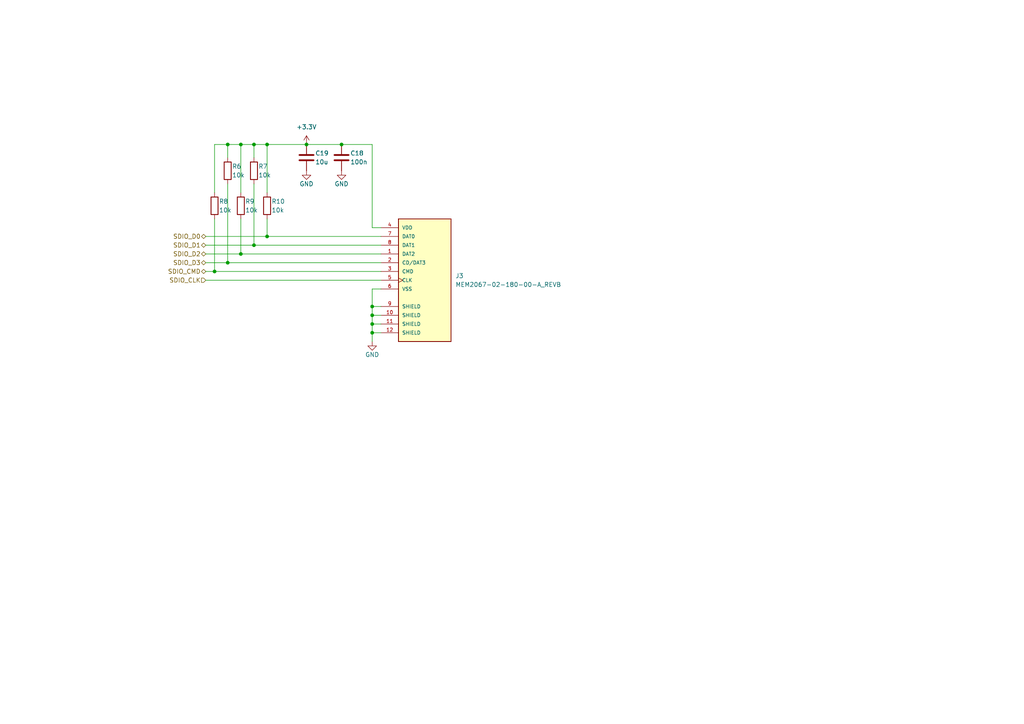
<source format=kicad_sch>
(kicad_sch (version 20230121) (generator eeschema)

  (uuid 2fdaf578-aa5f-4ed9-8c42-db6c51a9bbe5)

  (paper "A4")

  (lib_symbols
    (symbol "Device:C" (pin_numbers hide) (pin_names (offset 0.254)) (in_bom yes) (on_board yes)
      (property "Reference" "C" (at 0.635 2.54 0)
        (effects (font (size 1.27 1.27)) (justify left))
      )
      (property "Value" "C" (at 0.635 -2.54 0)
        (effects (font (size 1.27 1.27)) (justify left))
      )
      (property "Footprint" "" (at 0.9652 -3.81 0)
        (effects (font (size 1.27 1.27)) hide)
      )
      (property "Datasheet" "~" (at 0 0 0)
        (effects (font (size 1.27 1.27)) hide)
      )
      (property "ki_keywords" "cap capacitor" (at 0 0 0)
        (effects (font (size 1.27 1.27)) hide)
      )
      (property "ki_description" "Unpolarized capacitor" (at 0 0 0)
        (effects (font (size 1.27 1.27)) hide)
      )
      (property "ki_fp_filters" "C_*" (at 0 0 0)
        (effects (font (size 1.27 1.27)) hide)
      )
      (symbol "C_0_1"
        (polyline
          (pts
            (xy -2.032 -0.762)
            (xy 2.032 -0.762)
          )
          (stroke (width 0.508) (type default))
          (fill (type none))
        )
        (polyline
          (pts
            (xy -2.032 0.762)
            (xy 2.032 0.762)
          )
          (stroke (width 0.508) (type default))
          (fill (type none))
        )
      )
      (symbol "C_1_1"
        (pin passive line (at 0 3.81 270) (length 2.794)
          (name "~" (effects (font (size 1.27 1.27))))
          (number "1" (effects (font (size 1.27 1.27))))
        )
        (pin passive line (at 0 -3.81 90) (length 2.794)
          (name "~" (effects (font (size 1.27 1.27))))
          (number "2" (effects (font (size 1.27 1.27))))
        )
      )
    )
    (symbol "Device:R" (pin_numbers hide) (pin_names (offset 0)) (in_bom yes) (on_board yes)
      (property "Reference" "R" (at 2.032 0 90)
        (effects (font (size 1.27 1.27)))
      )
      (property "Value" "R" (at 0 0 90)
        (effects (font (size 1.27 1.27)))
      )
      (property "Footprint" "" (at -1.778 0 90)
        (effects (font (size 1.27 1.27)) hide)
      )
      (property "Datasheet" "~" (at 0 0 0)
        (effects (font (size 1.27 1.27)) hide)
      )
      (property "ki_keywords" "R res resistor" (at 0 0 0)
        (effects (font (size 1.27 1.27)) hide)
      )
      (property "ki_description" "Resistor" (at 0 0 0)
        (effects (font (size 1.27 1.27)) hide)
      )
      (property "ki_fp_filters" "R_*" (at 0 0 0)
        (effects (font (size 1.27 1.27)) hide)
      )
      (symbol "R_0_1"
        (rectangle (start -1.016 -2.54) (end 1.016 2.54)
          (stroke (width 0.254) (type default))
          (fill (type none))
        )
      )
      (symbol "R_1_1"
        (pin passive line (at 0 3.81 270) (length 1.27)
          (name "~" (effects (font (size 1.27 1.27))))
          (number "1" (effects (font (size 1.27 1.27))))
        )
        (pin passive line (at 0 -3.81 90) (length 1.27)
          (name "~" (effects (font (size 1.27 1.27))))
          (number "2" (effects (font (size 1.27 1.27))))
        )
      )
    )
    (symbol "Project:MEM2067-02-180-00-A_REVB" (pin_names (offset 1.016)) (in_bom yes) (on_board yes)
      (property "Reference" "J" (at 0 12.7117 0)
        (effects (font (size 1.27 1.27)) (justify left bottom))
      )
      (property "Value" "MEM2067-02-180-00-A_REVB" (at 0 -25.4 0)
        (effects (font (size 1.27 1.27)) (justify left bottom))
      )
      (property "Footprint" "MEM2067-02-180-00-A_REVB:GCT_MEM2067-02-180-00-A_REVB" (at 6.35 -27.94 0)
        (effects (font (size 1.27 1.27)) (justify bottom) hide)
      )
      (property "Datasheet" "" (at 0 0 0)
        (effects (font (size 1.27 1.27)) hide)
      )
      (property "MF" "Global Connector Technology" (at 10.16 -27.94 0)
        (effects (font (size 1.27 1.27)) (justify bottom) hide)
      )
      (property "Description" "\n8 Position Card Connector microSD Surface Mount, Right Angle Gold\n" (at 5.08 -27.94 0)
        (effects (font (size 1.27 1.27)) (justify bottom) hide)
      )
      (property "Package" "None" (at 8.89 -29.21 0)
        (effects (font (size 1.27 1.27)) (justify bottom) hide)
      )
      (property "Price" "None" (at 10.16 -27.94 0)
        (effects (font (size 1.27 1.27)) (justify bottom) hide)
      )
      (property "Check_prices" "https://www.snapeda.com/parts/MEM2067-02-180-00-A/Global+Connector+Technology/view-part/?ref=eda" (at -1.27 -27.94 0)
        (effects (font (size 1.27 1.27)) (justify bottom) hide)
      )
      (property "SnapEDA_Link" "https://www.snapeda.com/parts/MEM2067-02-180-00-A/Global+Connector+Technology/view-part/?ref=snap" (at 1.27 -27.94 0)
        (effects (font (size 1.27 1.27)) (justify bottom) hide)
      )
      (property "MP" "MEM2067-02-180-00-A" (at 10.16 -27.94 0)
        (effects (font (size 1.27 1.27)) (justify bottom) hide)
      )
      (property "Availability" "In Stock" (at 8.89 -27.94 0)
        (effects (font (size 1.27 1.27)) (justify bottom) hide)
      )
      (property "MANUFACTURER" "GCT" (at 7.62 -27.94 0)
        (effects (font (size 1.27 1.27)) (justify bottom) hide)
      )
      (symbol "MEM2067-02-180-00-A_REVB_0_0"
        (rectangle (start 0 12.7) (end 15.24 -22.86)
          (stroke (width 0.254) (type default))
          (fill (type background))
        )
        (pin bidirectional line (at -5.08 2.54 0) (length 5.08)
          (name "DAT2" (effects (font (size 1.016 1.016))))
          (number "1" (effects (font (size 1.016 1.016))))
        )
        (pin passive line (at -5.08 -15.24 0) (length 5.08)
          (name "SHIELD" (effects (font (size 1.016 1.016))))
          (number "10" (effects (font (size 1.016 1.016))))
        )
        (pin passive line (at -5.08 -17.78 0) (length 5.08)
          (name "SHIELD" (effects (font (size 1.016 1.016))))
          (number "11" (effects (font (size 1.016 1.016))))
        )
        (pin passive line (at -5.08 -20.32 0) (length 5.08)
          (name "SHIELD" (effects (font (size 1.016 1.016))))
          (number "12" (effects (font (size 1.016 1.016))))
        )
        (pin bidirectional line (at -5.08 0 0) (length 5.08)
          (name "CD/DAT3" (effects (font (size 1.016 1.016))))
          (number "2" (effects (font (size 1.016 1.016))))
        )
        (pin bidirectional line (at -5.08 -2.54 0) (length 5.08)
          (name "CMD" (effects (font (size 1.016 1.016))))
          (number "3" (effects (font (size 1.016 1.016))))
        )
        (pin power_in line (at -5.08 10.16 0) (length 5.08)
          (name "VDD" (effects (font (size 1.016 1.016))))
          (number "4" (effects (font (size 1.016 1.016))))
        )
        (pin bidirectional clock (at -5.08 -5.08 0) (length 5.08)
          (name "CLK" (effects (font (size 1.016 1.016))))
          (number "5" (effects (font (size 1.016 1.016))))
        )
        (pin power_in line (at -5.08 -7.62 0) (length 5.08)
          (name "VSS" (effects (font (size 1.016 1.016))))
          (number "6" (effects (font (size 1.016 1.016))))
        )
        (pin bidirectional line (at -5.08 7.62 0) (length 5.08)
          (name "DAT0" (effects (font (size 1.016 1.016))))
          (number "7" (effects (font (size 1.016 1.016))))
        )
        (pin bidirectional line (at -5.08 5.08 0) (length 5.08)
          (name "DAT1" (effects (font (size 1.016 1.016))))
          (number "8" (effects (font (size 1.016 1.016))))
        )
        (pin passive line (at -5.08 -12.7 0) (length 5.08)
          (name "SHIELD" (effects (font (size 1.016 1.016))))
          (number "9" (effects (font (size 1.016 1.016))))
        )
      )
    )
    (symbol "power:+3.3V" (power) (pin_names (offset 0)) (in_bom yes) (on_board yes)
      (property "Reference" "#PWR" (at 0 -3.81 0)
        (effects (font (size 1.27 1.27)) hide)
      )
      (property "Value" "+3.3V" (at 0 3.556 0)
        (effects (font (size 1.27 1.27)))
      )
      (property "Footprint" "" (at 0 0 0)
        (effects (font (size 1.27 1.27)) hide)
      )
      (property "Datasheet" "" (at 0 0 0)
        (effects (font (size 1.27 1.27)) hide)
      )
      (property "ki_keywords" "global power" (at 0 0 0)
        (effects (font (size 1.27 1.27)) hide)
      )
      (property "ki_description" "Power symbol creates a global label with name \"+3.3V\"" (at 0 0 0)
        (effects (font (size 1.27 1.27)) hide)
      )
      (symbol "+3.3V_0_1"
        (polyline
          (pts
            (xy -0.762 1.27)
            (xy 0 2.54)
          )
          (stroke (width 0) (type default))
          (fill (type none))
        )
        (polyline
          (pts
            (xy 0 0)
            (xy 0 2.54)
          )
          (stroke (width 0) (type default))
          (fill (type none))
        )
        (polyline
          (pts
            (xy 0 2.54)
            (xy 0.762 1.27)
          )
          (stroke (width 0) (type default))
          (fill (type none))
        )
      )
      (symbol "+3.3V_1_1"
        (pin power_in line (at 0 0 90) (length 0) hide
          (name "+3.3V" (effects (font (size 1.27 1.27))))
          (number "1" (effects (font (size 1.27 1.27))))
        )
      )
    )
    (symbol "power:GND" (power) (pin_names (offset 0)) (in_bom yes) (on_board yes)
      (property "Reference" "#PWR" (at 0 -6.35 0)
        (effects (font (size 1.27 1.27)) hide)
      )
      (property "Value" "GND" (at 0 -3.81 0)
        (effects (font (size 1.27 1.27)))
      )
      (property "Footprint" "" (at 0 0 0)
        (effects (font (size 1.27 1.27)) hide)
      )
      (property "Datasheet" "" (at 0 0 0)
        (effects (font (size 1.27 1.27)) hide)
      )
      (property "ki_keywords" "global power" (at 0 0 0)
        (effects (font (size 1.27 1.27)) hide)
      )
      (property "ki_description" "Power symbol creates a global label with name \"GND\" , ground" (at 0 0 0)
        (effects (font (size 1.27 1.27)) hide)
      )
      (symbol "GND_0_1"
        (polyline
          (pts
            (xy 0 0)
            (xy 0 -1.27)
            (xy 1.27 -1.27)
            (xy 0 -2.54)
            (xy -1.27 -1.27)
            (xy 0 -1.27)
          )
          (stroke (width 0) (type default))
          (fill (type none))
        )
      )
      (symbol "GND_1_1"
        (pin power_in line (at 0 0 270) (length 0) hide
          (name "GND" (effects (font (size 1.27 1.27))))
          (number "1" (effects (font (size 1.27 1.27))))
        )
      )
    )
  )

  (junction (at 88.9 41.91) (diameter 0) (color 0 0 0 0)
    (uuid 0d262945-691d-4bb4-a5e0-d70898dad06b)
  )
  (junction (at 77.47 41.91) (diameter 0) (color 0 0 0 0)
    (uuid 16922e1b-7e45-41dc-970f-950a9c4a61ac)
  )
  (junction (at 77.47 68.58) (diameter 0) (color 0 0 0 0)
    (uuid 376b59b1-3356-496b-a1e5-f6fbcb78f1d2)
  )
  (junction (at 107.95 88.9) (diameter 0) (color 0 0 0 0)
    (uuid 39c629b4-fa3e-439d-8b06-8a94c52b7948)
  )
  (junction (at 107.95 93.98) (diameter 0) (color 0 0 0 0)
    (uuid 41cf40ed-cdb1-4b83-b352-d88ae91c6f8c)
  )
  (junction (at 73.66 71.12) (diameter 0) (color 0 0 0 0)
    (uuid 4c04a18a-723c-48c2-a779-ca08d8fed8d8)
  )
  (junction (at 62.23 78.74) (diameter 0) (color 0 0 0 0)
    (uuid 6366cf24-ebbe-472d-af35-d40b40f8e91e)
  )
  (junction (at 66.04 41.91) (diameter 0) (color 0 0 0 0)
    (uuid 68041d33-0872-409e-b38b-f8676248b60a)
  )
  (junction (at 73.66 41.91) (diameter 0) (color 0 0 0 0)
    (uuid a197b3c4-10fb-4550-b7fa-d6c1e3e545d6)
  )
  (junction (at 69.85 73.66) (diameter 0) (color 0 0 0 0)
    (uuid a60a84c0-52f3-4792-926f-991979b37d7e)
  )
  (junction (at 66.04 76.2) (diameter 0) (color 0 0 0 0)
    (uuid bb0bdabd-d394-4c0a-8149-925b5bf16990)
  )
  (junction (at 69.85 41.91) (diameter 0) (color 0 0 0 0)
    (uuid e60d55eb-a649-4041-add6-5ee1e5bc0fdf)
  )
  (junction (at 107.95 96.52) (diameter 0) (color 0 0 0 0)
    (uuid e966c34c-5c77-46f1-95b0-ccf58f975090)
  )
  (junction (at 107.95 91.44) (diameter 0) (color 0 0 0 0)
    (uuid eeb80e0c-5b78-420b-a9c7-b985fd748f87)
  )
  (junction (at 99.06 41.91) (diameter 0) (color 0 0 0 0)
    (uuid f0806032-410b-4766-a85c-923f52def487)
  )

  (wire (pts (xy 110.49 76.2) (xy 66.04 76.2))
    (stroke (width 0) (type default))
    (uuid 038d8a0b-f2d2-4638-b7a4-dc6d94fe6199)
  )
  (wire (pts (xy 110.49 71.12) (xy 73.66 71.12))
    (stroke (width 0) (type default))
    (uuid 03b7621b-6ed1-438c-aed8-607be8cba407)
  )
  (wire (pts (xy 107.95 93.98) (xy 107.95 96.52))
    (stroke (width 0) (type default))
    (uuid 0560ec15-7b04-4442-a3e0-d8849005d6c1)
  )
  (wire (pts (xy 73.66 41.91) (xy 73.66 45.72))
    (stroke (width 0) (type default))
    (uuid 06ba1e78-eaa0-413a-afab-e4c84a811d02)
  )
  (wire (pts (xy 107.95 91.44) (xy 110.49 91.44))
    (stroke (width 0) (type default))
    (uuid 15a788ad-9cd5-467b-9f76-caab0807f369)
  )
  (wire (pts (xy 110.49 68.58) (xy 77.47 68.58))
    (stroke (width 0) (type default))
    (uuid 26e92529-9093-4217-846d-aac43b581d3d)
  )
  (wire (pts (xy 62.23 78.74) (xy 110.49 78.74))
    (stroke (width 0) (type default))
    (uuid 2cfb0fc4-c144-4360-a238-a33150f8c62c)
  )
  (wire (pts (xy 88.9 41.91) (xy 99.06 41.91))
    (stroke (width 0) (type default))
    (uuid 4387ddd8-244c-435f-8f9d-2f5c86f99af7)
  )
  (wire (pts (xy 66.04 41.91) (xy 69.85 41.91))
    (stroke (width 0) (type default))
    (uuid 494f824b-279e-40e0-afc6-1101ca1333ee)
  )
  (wire (pts (xy 73.66 41.91) (xy 77.47 41.91))
    (stroke (width 0) (type default))
    (uuid 533d16d2-f160-4914-a4b4-ee028f1067b3)
  )
  (wire (pts (xy 59.69 76.2) (xy 66.04 76.2))
    (stroke (width 0) (type default))
    (uuid 53562ddd-395f-49a9-91b6-8b3b6246eac0)
  )
  (wire (pts (xy 77.47 68.58) (xy 77.47 63.5))
    (stroke (width 0) (type default))
    (uuid 5427af07-ccfe-4b22-8b5d-d2ed05364482)
  )
  (wire (pts (xy 110.49 66.04) (xy 107.95 66.04))
    (stroke (width 0) (type default))
    (uuid 6430c846-cf43-4b22-8bb8-dabc75ba1df4)
  )
  (wire (pts (xy 62.23 41.91) (xy 66.04 41.91))
    (stroke (width 0) (type default))
    (uuid 64a2106f-403b-4e0c-a97e-9151c2062e4f)
  )
  (wire (pts (xy 59.69 68.58) (xy 77.47 68.58))
    (stroke (width 0) (type default))
    (uuid 68710750-7719-4ffb-9786-742df860ed31)
  )
  (wire (pts (xy 62.23 41.91) (xy 62.23 55.88))
    (stroke (width 0) (type default))
    (uuid 6a3c8a9d-accf-4a1c-8966-4c452dd222f3)
  )
  (wire (pts (xy 107.95 96.52) (xy 110.49 96.52))
    (stroke (width 0) (type default))
    (uuid 71d490ed-33c8-43bb-abe8-7b402c6c9ef6)
  )
  (wire (pts (xy 107.95 93.98) (xy 110.49 93.98))
    (stroke (width 0) (type default))
    (uuid 72424bee-beb9-4713-a153-9a46fd93da99)
  )
  (wire (pts (xy 110.49 88.9) (xy 107.95 88.9))
    (stroke (width 0) (type default))
    (uuid 7b4a558a-5dca-4661-926e-9494fe45f411)
  )
  (wire (pts (xy 66.04 41.91) (xy 66.04 45.72))
    (stroke (width 0) (type default))
    (uuid 863faa69-f343-4af7-bc0b-1dd727feedaf)
  )
  (wire (pts (xy 69.85 73.66) (xy 69.85 63.5))
    (stroke (width 0) (type default))
    (uuid 8d664886-3ea4-4acf-ba80-2f1fdceb096e)
  )
  (wire (pts (xy 73.66 71.12) (xy 73.66 53.34))
    (stroke (width 0) (type default))
    (uuid 917c522b-6805-4b51-b75b-c4e50730652d)
  )
  (wire (pts (xy 110.49 73.66) (xy 69.85 73.66))
    (stroke (width 0) (type default))
    (uuid 9793de7f-9622-403f-8243-2a0563c63446)
  )
  (wire (pts (xy 69.85 41.91) (xy 73.66 41.91))
    (stroke (width 0) (type default))
    (uuid 9d4f6888-18a5-4f16-9928-b3132973442d)
  )
  (wire (pts (xy 77.47 41.91) (xy 88.9 41.91))
    (stroke (width 0) (type default))
    (uuid a399dcf7-5faf-4617-8fbf-a4733b37c8a1)
  )
  (wire (pts (xy 69.85 41.91) (xy 69.85 55.88))
    (stroke (width 0) (type default))
    (uuid a80c2941-487b-4185-9c1f-b51e5ff764ea)
  )
  (wire (pts (xy 107.95 83.82) (xy 107.95 88.9))
    (stroke (width 0) (type default))
    (uuid aa743dea-692d-495c-b59c-f3efe104983b)
  )
  (wire (pts (xy 110.49 83.82) (xy 107.95 83.82))
    (stroke (width 0) (type default))
    (uuid ab8b03ee-1b69-4ae3-a6c3-8cd6bf4c2d15)
  )
  (wire (pts (xy 59.69 71.12) (xy 73.66 71.12))
    (stroke (width 0) (type default))
    (uuid ada21744-cfba-423f-9046-eeb45b8541c6)
  )
  (wire (pts (xy 107.95 91.44) (xy 107.95 93.98))
    (stroke (width 0) (type default))
    (uuid afbd6037-a0e1-44a1-8f45-e8fd927dc431)
  )
  (wire (pts (xy 107.95 41.91) (xy 107.95 66.04))
    (stroke (width 0) (type default))
    (uuid b3d4acb4-8c06-432e-a5c4-86f8f4df72ed)
  )
  (wire (pts (xy 107.95 88.9) (xy 107.95 91.44))
    (stroke (width 0) (type default))
    (uuid ce119315-fbfc-4104-a846-d0afa5d8a572)
  )
  (wire (pts (xy 66.04 76.2) (xy 66.04 53.34))
    (stroke (width 0) (type default))
    (uuid ced9e86d-3ebf-4c73-9e0e-40118a4e548e)
  )
  (wire (pts (xy 62.23 63.5) (xy 62.23 78.74))
    (stroke (width 0) (type default))
    (uuid d2ec89d5-2264-4a9d-875b-57800469d644)
  )
  (wire (pts (xy 59.69 73.66) (xy 69.85 73.66))
    (stroke (width 0) (type default))
    (uuid dc1f7d84-57b0-40f5-8b3d-090ba21da80a)
  )
  (wire (pts (xy 107.95 96.52) (xy 107.95 99.06))
    (stroke (width 0) (type default))
    (uuid e535c3ae-2374-44e4-8a8d-b0fbfa114e76)
  )
  (wire (pts (xy 99.06 41.91) (xy 107.95 41.91))
    (stroke (width 0) (type default))
    (uuid ef387a4b-0de8-42f0-9b5d-c9968ce1f35a)
  )
  (wire (pts (xy 77.47 41.91) (xy 77.47 55.88))
    (stroke (width 0) (type default))
    (uuid f396389e-7676-4df9-9073-2f22d55f4e40)
  )
  (wire (pts (xy 59.69 78.74) (xy 62.23 78.74))
    (stroke (width 0) (type default))
    (uuid fbed8d8a-63e4-45a1-9373-cc587e3b0621)
  )
  (wire (pts (xy 59.69 81.28) (xy 110.49 81.28))
    (stroke (width 0) (type default))
    (uuid fe71adb5-c979-4c0f-a55a-d736ba4a4aa2)
  )

  (hierarchical_label "SDIO_CLK" (shape input) (at 59.69 81.28 180) (fields_autoplaced)
    (effects (font (size 1.27 1.27)) (justify right))
    (uuid 4387f546-140f-4aca-8611-e15bf1899bdd)
  )
  (hierarchical_label "SDIO_CMD" (shape bidirectional) (at 59.69 78.74 180) (fields_autoplaced)
    (effects (font (size 1.27 1.27)) (justify right))
    (uuid 5ec20e77-3087-44f7-8eaf-01b1e5279f99)
  )
  (hierarchical_label "SDIO_D3" (shape bidirectional) (at 59.69 76.2 180) (fields_autoplaced)
    (effects (font (size 1.27 1.27)) (justify right))
    (uuid 6b31ca47-4cde-4cc0-8721-08f1f91f0ad2)
  )
  (hierarchical_label "SDIO_D0" (shape bidirectional) (at 59.69 68.58 180) (fields_autoplaced)
    (effects (font (size 1.27 1.27)) (justify right))
    (uuid d0ac8c97-f406-4715-80e3-de1673c70cca)
  )
  (hierarchical_label "SDIO_D1" (shape bidirectional) (at 59.69 71.12 180) (fields_autoplaced)
    (effects (font (size 1.27 1.27)) (justify right))
    (uuid d465205d-fba4-4496-a061-72f804d042fd)
  )
  (hierarchical_label "SDIO_D2" (shape bidirectional) (at 59.69 73.66 180) (fields_autoplaced)
    (effects (font (size 1.27 1.27)) (justify right))
    (uuid fc910a15-12cc-4016-ae3e-19ad6b0e9676)
  )

  (symbol (lib_id "Device:R") (at 77.47 59.69 0) (unit 1)
    (in_bom yes) (on_board yes) (dnp no)
    (uuid 04e05b6e-126a-451f-9fbc-3287aa792ba0)
    (property "Reference" "R10" (at 78.74 58.42 0)
      (effects (font (size 1.27 1.27)) (justify left))
    )
    (property "Value" "10k" (at 78.74 60.96 0)
      (effects (font (size 1.27 1.27)) (justify left))
    )
    (property "Footprint" "" (at 75.692 59.69 90)
      (effects (font (size 1.27 1.27)) hide)
    )
    (property "Datasheet" "~" (at 77.47 59.69 0)
      (effects (font (size 1.27 1.27)) hide)
    )
    (pin "1" (uuid c6c32cd4-4c47-4beb-af95-ba4cee292a59))
    (pin "2" (uuid ccfb8bbd-e65c-4aca-97d8-9c60d00a3e19))
    (instances
      (project "Flight_Board"
        (path "/e8eb85d5-f1ff-4500-895d-25b9ff5f6d36/d0c90712-c1df-4337-b369-5da6fbfa813f"
          (reference "R10") (unit 1)
        )
      )
    )
  )

  (symbol (lib_id "Device:R") (at 66.04 49.53 0) (unit 1)
    (in_bom yes) (on_board yes) (dnp no)
    (uuid 0c7613d5-2987-4f63-888f-5d0d168d2451)
    (property "Reference" "R6" (at 67.31 48.26 0)
      (effects (font (size 1.27 1.27)) (justify left))
    )
    (property "Value" "10k" (at 67.31 50.8 0)
      (effects (font (size 1.27 1.27)) (justify left))
    )
    (property "Footprint" "" (at 64.262 49.53 90)
      (effects (font (size 1.27 1.27)) hide)
    )
    (property "Datasheet" "~" (at 66.04 49.53 0)
      (effects (font (size 1.27 1.27)) hide)
    )
    (pin "1" (uuid c7743979-415c-4ecf-b6ce-70fe6d3037b2))
    (pin "2" (uuid 3ab2c2da-be29-4720-b234-ba183d434a33))
    (instances
      (project "Flight_Board"
        (path "/e8eb85d5-f1ff-4500-895d-25b9ff5f6d36/d0c90712-c1df-4337-b369-5da6fbfa813f"
          (reference "R6") (unit 1)
        )
      )
    )
  )

  (symbol (lib_id "Device:R") (at 69.85 59.69 0) (unit 1)
    (in_bom yes) (on_board yes) (dnp no)
    (uuid 13bd523f-44a3-4c88-9e42-00de448f9c5c)
    (property "Reference" "R9" (at 71.12 58.42 0)
      (effects (font (size 1.27 1.27)) (justify left))
    )
    (property "Value" "10k" (at 71.12 60.96 0)
      (effects (font (size 1.27 1.27)) (justify left))
    )
    (property "Footprint" "" (at 68.072 59.69 90)
      (effects (font (size 1.27 1.27)) hide)
    )
    (property "Datasheet" "~" (at 69.85 59.69 0)
      (effects (font (size 1.27 1.27)) hide)
    )
    (pin "1" (uuid fcf34ec7-c1c4-42e1-aba3-bbb390c1561d))
    (pin "2" (uuid 660d2936-abdc-4b42-b2ee-47e88eb6a502))
    (instances
      (project "Flight_Board"
        (path "/e8eb85d5-f1ff-4500-895d-25b9ff5f6d36/d0c90712-c1df-4337-b369-5da6fbfa813f"
          (reference "R9") (unit 1)
        )
      )
    )
  )

  (symbol (lib_id "power:GND") (at 107.95 99.06 0) (unit 1)
    (in_bom yes) (on_board yes) (dnp no)
    (uuid 27b4c151-8e34-4d6c-be52-f01d2a293aef)
    (property "Reference" "#PWR036" (at 107.95 105.41 0)
      (effects (font (size 1.27 1.27)) hide)
    )
    (property "Value" "GND" (at 107.95 102.87 0)
      (effects (font (size 1.27 1.27)))
    )
    (property "Footprint" "" (at 107.95 99.06 0)
      (effects (font (size 1.27 1.27)) hide)
    )
    (property "Datasheet" "" (at 107.95 99.06 0)
      (effects (font (size 1.27 1.27)) hide)
    )
    (pin "1" (uuid 9ba45e02-10ab-43af-86ed-2843bdee2d0c))
    (instances
      (project "Flight_Board"
        (path "/e8eb85d5-f1ff-4500-895d-25b9ff5f6d36/d0c90712-c1df-4337-b369-5da6fbfa813f"
          (reference "#PWR036") (unit 1)
        )
      )
    )
  )

  (symbol (lib_id "power:+3.3V") (at 88.9 41.91 0) (unit 1)
    (in_bom yes) (on_board yes) (dnp no) (fields_autoplaced)
    (uuid 36ae8941-f26e-4b82-a7a7-8828f38b3f8b)
    (property "Reference" "#PWR035" (at 88.9 45.72 0)
      (effects (font (size 1.27 1.27)) hide)
    )
    (property "Value" "+3.3V" (at 88.9 36.83 0)
      (effects (font (size 1.27 1.27)))
    )
    (property "Footprint" "" (at 88.9 41.91 0)
      (effects (font (size 1.27 1.27)) hide)
    )
    (property "Datasheet" "" (at 88.9 41.91 0)
      (effects (font (size 1.27 1.27)) hide)
    )
    (pin "1" (uuid c503a910-00e9-43c4-8465-d01b9770c9bb))
    (instances
      (project "Flight_Board"
        (path "/e8eb85d5-f1ff-4500-895d-25b9ff5f6d36/d0c90712-c1df-4337-b369-5da6fbfa813f"
          (reference "#PWR035") (unit 1)
        )
      )
    )
  )

  (symbol (lib_id "Project:MEM2067-02-180-00-A_REVB") (at 115.57 76.2 0) (unit 1)
    (in_bom yes) (on_board yes) (dnp no) (fields_autoplaced)
    (uuid 453ea7fb-e299-4c9b-ad1b-3305cfd30c0a)
    (property "Reference" "J3" (at 132.08 80.01 0)
      (effects (font (size 1.27 1.27)) (justify left))
    )
    (property "Value" "MEM2067-02-180-00-A_REVB" (at 132.08 82.55 0)
      (effects (font (size 1.27 1.27)) (justify left))
    )
    (property "Footprint" "MEM2067-02-180-00-A_REVB:GCT_MEM2067-02-180-00-A_REVB" (at 121.92 104.14 0)
      (effects (font (size 1.27 1.27)) (justify bottom) hide)
    )
    (property "Datasheet" "" (at 115.57 76.2 0)
      (effects (font (size 1.27 1.27)) hide)
    )
    (property "MF" "Global Connector Technology" (at 125.73 104.14 0)
      (effects (font (size 1.27 1.27)) (justify bottom) hide)
    )
    (property "Description" "\n8 Position Card Connector microSD Surface Mount, Right Angle Gold\n" (at 120.65 104.14 0)
      (effects (font (size 1.27 1.27)) (justify bottom) hide)
    )
    (property "Package" "None" (at 124.46 105.41 0)
      (effects (font (size 1.27 1.27)) (justify bottom) hide)
    )
    (property "Price" "None" (at 125.73 104.14 0)
      (effects (font (size 1.27 1.27)) (justify bottom) hide)
    )
    (property "Check_prices" "https://www.snapeda.com/parts/MEM2067-02-180-00-A/Global+Connector+Technology/view-part/?ref=eda" (at 114.3 104.14 0)
      (effects (font (size 1.27 1.27)) (justify bottom) hide)
    )
    (property "SnapEDA_Link" "https://www.snapeda.com/parts/MEM2067-02-180-00-A/Global+Connector+Technology/view-part/?ref=snap" (at 116.84 104.14 0)
      (effects (font (size 1.27 1.27)) (justify bottom) hide)
    )
    (property "MP" "MEM2067-02-180-00-A" (at 125.73 104.14 0)
      (effects (font (size 1.27 1.27)) (justify bottom) hide)
    )
    (property "Availability" "In Stock" (at 124.46 104.14 0)
      (effects (font (size 1.27 1.27)) (justify bottom) hide)
    )
    (property "MANUFACTURER" "GCT" (at 123.19 104.14 0)
      (effects (font (size 1.27 1.27)) (justify bottom) hide)
    )
    (pin "1" (uuid 84020894-599f-4a27-a93a-f9d007a0855a))
    (pin "10" (uuid 4edc5649-4352-4f64-9d7d-2917372e0e0f))
    (pin "11" (uuid 2cfc8a8b-7ec7-4338-a908-da1d0d45452b))
    (pin "12" (uuid ec0b3827-2ee0-4de9-aa96-efbffa0af906))
    (pin "2" (uuid 0aebe4b8-f780-4107-8c4a-5ff847663c60))
    (pin "3" (uuid d4702e2d-7e14-4411-8ac0-cdfa0baeca1a))
    (pin "4" (uuid c1185b05-c572-40f8-9e7c-0fb8d9f16292))
    (pin "5" (uuid 6c42f2c7-069d-406d-b813-098c36fcf7cf))
    (pin "6" (uuid d57969dd-2bce-415f-9a65-6474558e3b8e))
    (pin "7" (uuid 41a5926c-9b38-4a06-bd22-44832a3838d9))
    (pin "8" (uuid 3c3315ad-1446-4ea9-846f-fa773f1c0520))
    (pin "9" (uuid 7e805407-9df2-486c-a5bf-74d89f40c741))
    (instances
      (project "Flight_Board"
        (path "/e8eb85d5-f1ff-4500-895d-25b9ff5f6d36/d0c90712-c1df-4337-b369-5da6fbfa813f"
          (reference "J3") (unit 1)
        )
      )
    )
  )

  (symbol (lib_id "Device:C") (at 99.06 45.72 0) (unit 1)
    (in_bom yes) (on_board yes) (dnp no)
    (uuid 4b571d21-81d4-49a8-9f73-736a07b2821a)
    (property "Reference" "C18" (at 101.6 44.45 0)
      (effects (font (size 1.27 1.27)) (justify left))
    )
    (property "Value" "100n" (at 101.6 46.99 0)
      (effects (font (size 1.27 1.27)) (justify left))
    )
    (property "Footprint" "" (at 100.0252 49.53 0)
      (effects (font (size 1.27 1.27)) hide)
    )
    (property "Datasheet" "~" (at 99.06 45.72 0)
      (effects (font (size 1.27 1.27)) hide)
    )
    (pin "1" (uuid 712eadd4-c6be-463c-ade6-f2fb6b2d18de))
    (pin "2" (uuid 5d378bd1-1218-4eea-8ea9-93a894e3b7dd))
    (instances
      (project "Flight_Board"
        (path "/e8eb85d5-f1ff-4500-895d-25b9ff5f6d36/d0c90712-c1df-4337-b369-5da6fbfa813f"
          (reference "C18") (unit 1)
        )
      )
    )
  )

  (symbol (lib_id "power:GND") (at 99.06 49.53 0) (unit 1)
    (in_bom yes) (on_board yes) (dnp no)
    (uuid 5d20f474-e41d-46b6-b23e-eaa1a5608f00)
    (property "Reference" "#PWR037" (at 99.06 55.88 0)
      (effects (font (size 1.27 1.27)) hide)
    )
    (property "Value" "GND" (at 99.06 53.34 0)
      (effects (font (size 1.27 1.27)))
    )
    (property "Footprint" "" (at 99.06 49.53 0)
      (effects (font (size 1.27 1.27)) hide)
    )
    (property "Datasheet" "" (at 99.06 49.53 0)
      (effects (font (size 1.27 1.27)) hide)
    )
    (pin "1" (uuid aba819d5-c176-4373-a653-177761d80ed2))
    (instances
      (project "Flight_Board"
        (path "/e8eb85d5-f1ff-4500-895d-25b9ff5f6d36/d0c90712-c1df-4337-b369-5da6fbfa813f"
          (reference "#PWR037") (unit 1)
        )
      )
    )
  )

  (symbol (lib_id "Device:R") (at 73.66 49.53 0) (unit 1)
    (in_bom yes) (on_board yes) (dnp no)
    (uuid 6a3af534-0773-4c23-9a28-42e285e05b32)
    (property "Reference" "R7" (at 74.93 48.26 0)
      (effects (font (size 1.27 1.27)) (justify left))
    )
    (property "Value" "10k" (at 74.93 50.8 0)
      (effects (font (size 1.27 1.27)) (justify left))
    )
    (property "Footprint" "" (at 71.882 49.53 90)
      (effects (font (size 1.27 1.27)) hide)
    )
    (property "Datasheet" "~" (at 73.66 49.53 0)
      (effects (font (size 1.27 1.27)) hide)
    )
    (pin "1" (uuid 9003a100-855c-4991-af0d-f4709acf4dbb))
    (pin "2" (uuid 7909a6b8-0a15-4dbf-bd7a-10794ef3fca5))
    (instances
      (project "Flight_Board"
        (path "/e8eb85d5-f1ff-4500-895d-25b9ff5f6d36/d0c90712-c1df-4337-b369-5da6fbfa813f"
          (reference "R7") (unit 1)
        )
      )
    )
  )

  (symbol (lib_id "power:GND") (at 88.9 49.53 0) (unit 1)
    (in_bom yes) (on_board yes) (dnp no)
    (uuid 9debf389-c9e4-4816-91aa-88a29d7e5fbc)
    (property "Reference" "#PWR038" (at 88.9 55.88 0)
      (effects (font (size 1.27 1.27)) hide)
    )
    (property "Value" "GND" (at 88.9 53.34 0)
      (effects (font (size 1.27 1.27)))
    )
    (property "Footprint" "" (at 88.9 49.53 0)
      (effects (font (size 1.27 1.27)) hide)
    )
    (property "Datasheet" "" (at 88.9 49.53 0)
      (effects (font (size 1.27 1.27)) hide)
    )
    (pin "1" (uuid 61ee077c-2353-46b3-9c16-dc6c1fd8397f))
    (instances
      (project "Flight_Board"
        (path "/e8eb85d5-f1ff-4500-895d-25b9ff5f6d36/d0c90712-c1df-4337-b369-5da6fbfa813f"
          (reference "#PWR038") (unit 1)
        )
      )
    )
  )

  (symbol (lib_id "Device:C") (at 88.9 45.72 0) (unit 1)
    (in_bom yes) (on_board yes) (dnp no)
    (uuid b58ad189-5b9e-4e00-ad9d-8eeb2acad314)
    (property "Reference" "C19" (at 91.44 44.45 0)
      (effects (font (size 1.27 1.27)) (justify left))
    )
    (property "Value" "10u" (at 91.44 46.99 0)
      (effects (font (size 1.27 1.27)) (justify left))
    )
    (property "Footprint" "" (at 89.8652 49.53 0)
      (effects (font (size 1.27 1.27)) hide)
    )
    (property "Datasheet" "~" (at 88.9 45.72 0)
      (effects (font (size 1.27 1.27)) hide)
    )
    (pin "1" (uuid 187fa70a-4672-4402-9105-b193b3fbbdaf))
    (pin "2" (uuid b8fe0d4a-f771-4223-a27c-4b36035cd10b))
    (instances
      (project "Flight_Board"
        (path "/e8eb85d5-f1ff-4500-895d-25b9ff5f6d36/d0c90712-c1df-4337-b369-5da6fbfa813f"
          (reference "C19") (unit 1)
        )
      )
    )
  )

  (symbol (lib_id "Device:R") (at 62.23 59.69 0) (unit 1)
    (in_bom yes) (on_board yes) (dnp no)
    (uuid d7ab2a60-6067-40ec-be07-3a3b34ec989f)
    (property "Reference" "R8" (at 63.5 58.42 0)
      (effects (font (size 1.27 1.27)) (justify left))
    )
    (property "Value" "10k" (at 63.5 60.96 0)
      (effects (font (size 1.27 1.27)) (justify left))
    )
    (property "Footprint" "" (at 60.452 59.69 90)
      (effects (font (size 1.27 1.27)) hide)
    )
    (property "Datasheet" "~" (at 62.23 59.69 0)
      (effects (font (size 1.27 1.27)) hide)
    )
    (pin "1" (uuid 60133711-be66-4dea-bb8b-f7376547e019))
    (pin "2" (uuid b10c9493-fb01-4b44-8005-9a4285dd2d50))
    (instances
      (project "Flight_Board"
        (path "/e8eb85d5-f1ff-4500-895d-25b9ff5f6d36/d0c90712-c1df-4337-b369-5da6fbfa813f"
          (reference "R8") (unit 1)
        )
      )
    )
  )
)

</source>
